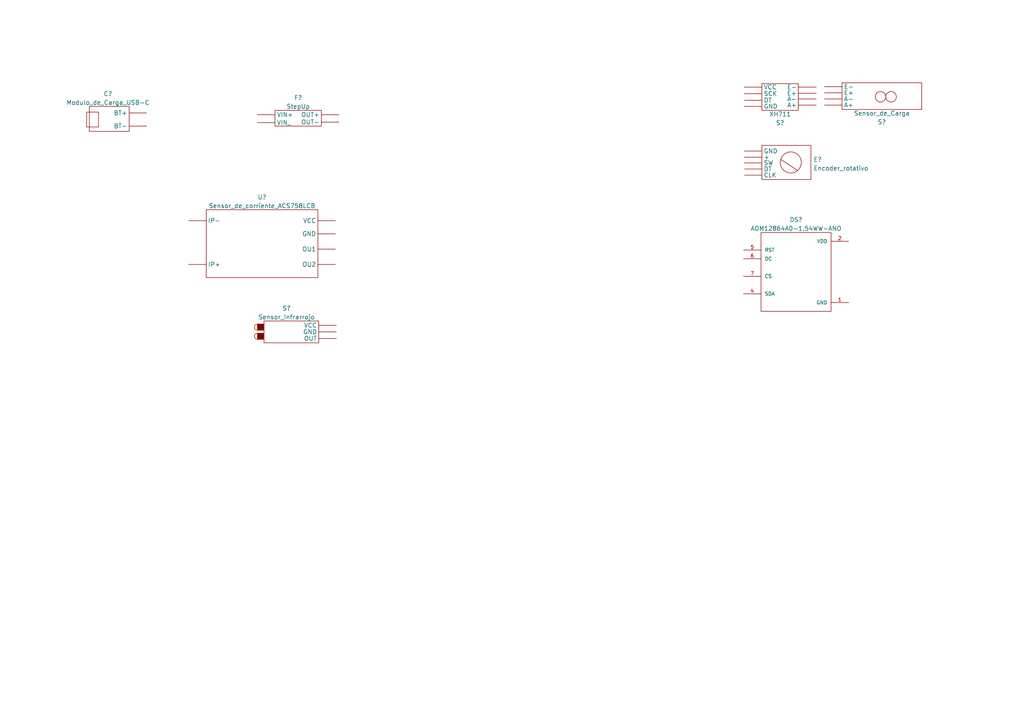
<source format=kicad_sch>
(kicad_sch (version 20211123) (generator eeschema)
  (paper "A4")
  (lib_symbols
    (symbol "Display OLED:AOM12864A0-1.54WW-ANO" (pin_names (offset 1.016))
      (property "Reference" "DS?" (at 0 13.8598 0))
      (property "Value" "AOM12864A0-1.54WW-ANO" (at 0 11.3229 0))
      (symbol "AOM12864A0-1.54WW-ANO_0_0"
        (pin power_in line (at 15.24 -10.16 180) (length 5.08) (name "GND") (number "1"))
        (pin power_in line (at 15.24 7.62 180) (length 5.08) (name "VDD") (number "2"))
        (pin bidirectional line (at -15.24 -7.62 0) (length 5.08) (name "SDA") (number "4"))
        (pin input line (at -15.24 5.08 0) (length 5.08) (name "RST") (number "5"))
        (pin input line (at -15.24 2.54 0) (length 5.08) (name "DC") (number "6"))
        (pin input line (at -15.24 -2.54 0) (length 5.08) (name "CS") (number "7"))
      )
      (symbol "AOM12864A0-1.54WW-ANO_0_1"
        (rectangle (start -10.16 10.16) (end 10.16 -12.7) (stroke (width 0.1524)))
      )
    )
    (symbol "Encoder:Encoder_rotativo"
      (property "Reference" "E" (at 0 0 0))
      (property "Value" "Encoder_rotativo" (at -0.127 2.286 0))
      (symbol "Encoder_rotativo_0_1"
        (rectangle (start -6.35 -1.27) (end 7.874 -11.176) (stroke (width 0.1524)))
        (circle (center -0.508 -6.223) (radius 3.0586) (stroke (width 0.1524)))
        (polyline (pts (xy 2.413 -7.112) (xy -2.413 -3.937)) (stroke (width 0.1524)))
      )
      (symbol "Encoder_rotativo_1_1"
        (pin input line (at 12.954 -7.747 180) (length 5.08) (name "+") (number ""))
        (pin input line (at 12.954 -2.54 180) (length 5.08) (name "CLK") (number ""))
        (pin input line (at 12.954 -4.318 180) (length 5.08) (name "DT") (number ""))
        (pin input line (at 12.954 -9.525 180) (length 5.08) (name "GND") (number ""))
        (pin input line (at 12.954 -6.096 180) (length 5.08) (name "SW") (number ""))
      )
    )
    (symbol "Modulo de carga:Modulo_de_Carga_USB-C"
      (property "Reference" "C" (at 0 0 0))
      (property "Value" "Modulo_de_Carga_USB-C" (at 0.127 2.286 0))
      (symbol "Modulo_de_Carga_USB-C_0_1"
        (rectangle (start -8.001 -3.175) (end -4.572 -7.493) (stroke (width 0.1524)))
        (rectangle (start -7.239 -1.524) (end 4.318 -8.763) (stroke (width 0.1524)))
      )
      (symbol "Modulo_de_Carga_USB-C_1_1"
        (pin output line (at 9.398 -3.429 180) (length 5.08) (name "BT+") (number ""))
        (pin output line (at 9.398 -7.239 180) (length 5.08) (name "BT-") (number ""))
      )
    )
    (symbol "Sensor Infrarrojo:Sensor_Infrarrojo"
      (property "Reference" "S" (at 0 0 0))
      (property "Value" "Sensor_Infrarrojo" (at 0 1.905 0))
      (symbol "Sensor_Infrarrojo_0_1"
        (circle (center -10.16 -6.35) (radius 0.898) (stroke (width 0.1524)) (fill (type background)))
        (rectangle (start -10.16 -5.461) (end -8.382 -7.239) (stroke (width 0.1524)) (fill (type outline)))
        (circle (center -10.16 -3.683) (radius 0.898) (stroke (width 0.1524)) (fill (type background)))
        (rectangle (start -10.16 -2.794) (end -8.382 -4.572) (stroke (width 0.1524)) (fill (type outline)))
        (rectangle (start -8.255 -1.905) (end 7.62 -8.255) (stroke (width 0.1524)))
      )
      (symbol "Sensor_Infrarrojo_1_1"
        (pin input line (at 12.7 -5.08 180) (length 5.08) (name "GND") (number ""))
        (pin input line (at 12.7 -6.985 180) (length 5.08) (name "OUT") (number ""))
        (pin input line (at 12.7 -3.175 180) (length 5.08) (name "VCC") (number ""))
      )
    )
    (symbol "Sensor de carga:Sensor_de_Carga"
      (property "Reference" "S" (at 3.429 -1.016 0))
      (property "Value" "Sensor_de_Carga" (at 3.429 1.016 0))
      (symbol "Sensor_de_Carga_0_1"
        (rectangle (start -7.62 -2.54) (end 15.494 -10.287) (stroke (width 0.1524)))
        (circle (center 1.27 -6.223) (radius 1.5293) (stroke (width 0.1524)))
        (circle (center 4.318 -6.223) (radius 1.5293) (stroke (width 0.1524)))
      )
      (symbol "Sensor_de_Carga_1_1"
        (pin output line (at 20.574 -3.81 180) (length 5.08) (name "A+") (number ""))
        (pin output line (at 20.574 -5.588 180) (length 5.08) (name "A-") (number ""))
        (pin output line (at 20.574 -7.366 180) (length 5.08) (name "E+") (number ""))
        (pin output line (at 20.574 -9.144 180) (length 5.08) (name "E-") (number ""))
      )
    )
    (symbol "Sensor de carga:XH711"
      (property "Reference" "S" (at 2.54 0.254 0))
      (property "Value" "XH711" (at 2.54 2.286 0))
      (symbol "XH711_0_1"
        (rectangle (start -2.794 -1.143) (end 7.747 -8.89) (stroke (width 0.1524)))
      )
      (symbol "XH711_1_1"
        (pin input line (at -8.001 -2.667 0) (length 5.08) (name "A+") (number ""))
        (pin input line (at -8.001 -4.445 0) (length 5.08) (name "A-") (number ""))
        (pin output line (at 12.827 -4.064 180) (length 5.08) (name "DT") (number ""))
        (pin input line (at -8.001 -6.096 0) (length 5.08) (name "E+") (number ""))
        (pin input line (at -8.001 -7.874 0) (length 5.08) (name "E-") (number ""))
        (pin input line (at 12.827 -2.286 180) (length 5.08) (name "GND") (number ""))
        (pin output line (at 12.827 -5.969 180) (length 5.08) (name "SCK") (number ""))
        (pin input line (at 12.827 -7.874 180) (length 5.08) (name "VCC") (number ""))
      )
    )
    (symbol "Sensor de corriente ACS758LCB:Sensor_de_corriente_ACS758LCB"
      (property "Reference" "U" (at 0 0 0))
      (property "Value" "Sensor_de_corriente_ACS758LCB" (at 0 0 0))
      (symbol "Sensor_de_corriente_ACS758LCB_0_1"
        (rectangle (start -15.875 -3.175) (end 16.51 -22.86) (stroke (width 0.1524)))
      )
      (symbol "Sensor_de_corriente_ACS758LCB_1_1"
        (pin output line (at 21.59 -10.16 180) (length 5.08) (name "GND") (number ""))
        (pin input line (at -20.955 -19.05 0) (length 5.08) (name "IP+") (number ""))
        (pin input line (at -20.955 -6.35 0) (length 5.08) (name "IP-") (number ""))
        (pin output line (at 21.59 -14.605 180) (length 5.08) (name "OU1") (number ""))
        (pin output line (at 21.59 -19.05 180) (length 5.08) (name "OU2") (number ""))
        (pin output line (at 21.59 -6.35 180) (length 5.08) (name "VCC") (number ""))
      )
    )
    (symbol "StepUp:StepUp"
      (property "Reference" "F" (at 3.937 0 0))
      (property "Value" "StepUp" (at 3.81 2.286 0))
      (symbol "StepUp_0_1"
        (rectangle (start -3.175 -1.143) (end 10.287 -5.715) (stroke (width 0.1524)))
      )
      (symbol "StepUp_1_1"
        (pin output line (at -8.255 -2.413 0) (length 5.08) (name "OUT+") (number ""))
        (pin output line (at -8.255 -4.572 0) (length 5.08) (name "OUT-") (number ""))
        (pin output line (at 15.367 -2.413 180) (length 5.08) (name "VIN+") (number ""))
        (pin output line (at 15.367 -4.699 180) (length 5.08) (name "VIN_") (number ""))
      )
    )
  )
  (symbol (lib_id "Modulo de carga:Modulo_de_Carga_USB-C") (at 33.147 29.337 0) (unit 1)
    (property "Reference" "C?" (at 31.3055 27.212 0))
    (property "Value" "Modulo_de_Carga_USB-C" (at 31.3055 29.7489 0))
  )
  (symbol (lib_id "Sensor de carga:Sensor_de_Carga") (at 259.715 34.29 180) (unit 1)
    (property "Reference" "S?" (at 255.778 35.399 0))
    (property "Value" "Sensor_de_Carga" (at 255.778 32.8621 0))
  )
  (symbol (lib_id "Sensor Infrarrojo:Sensor_Infrarrojo") (at 84.836 91.186 0) (unit 1)
    (property "Reference" "S?" (at 83.117 89.442 0))
    (property "Value" "Sensor_Infrarrojo" (at 83.117 91.9789 0))
  )
  (symbol (lib_id "Encoder:Encoder_rotativo") (at 228.854 53.34 180) (unit 1)
    (property "Reference" "E?" (at 235.9152 46.2823 0) (effects (justify right)))
    (property "Value" "Encoder_rotativo" (at 235.9152 48.8192 0) (effects (justify right)))
  )
  (symbol (lib_id "Display OLED:AOM12864A0-1.54WW-ANO") (at 230.886 77.597 0) (unit 1)
    (property "Reference" "DS?" (at 230.886 63.7372 0))
    (property "Value" "AOM12864A0-1.54WW-ANO" (at 230.886 66.2741 0))
    (property "Footprint" "LCD_AOM12864A0-1.54WW-ANO" (effects hide))
    (property "MANUFACTURER" "Orient Display" (effects hide))
    (property "MAXIMUM_PACKAGE_HEIGHT" "5.5mm" (effects hide))
    (property "STANDARD" "Manufacturer Recommendations" (effects hide))
    (property "PARTREV" "O" (effects hide))
  )
  (symbol (lib_id "Sensor de corriente ACS758LCB:Sensor_de_corriente_ACS758LCB") (at 75.692 57.658 0) (unit 1)
    (property "Reference" "U?" (at 76.0095 57.184 0))
    (property "Value" "Sensor_de_corriente_ACS758LCB" (at 76.0095 59.7209 0))
  )
  (symbol (lib_id "StepUp:StepUp") (at 90.043 30.861 0) (mirror y) (unit 1)
    (property "Reference" "F?" (at 86.487 28.355 0))
    (property "Value" "StepUp" (at 86.487 30.8919 0))
  )
  (symbol (lib_id "Sensor de carga:XH711") (at 228.727 33.147 180) (unit 1)
    (property "Reference" "S?" (at 226.2759 35.653 0))
    (property "Value" "XH711" (at 226.2759 33.1161 0))
  )
)
</source>
